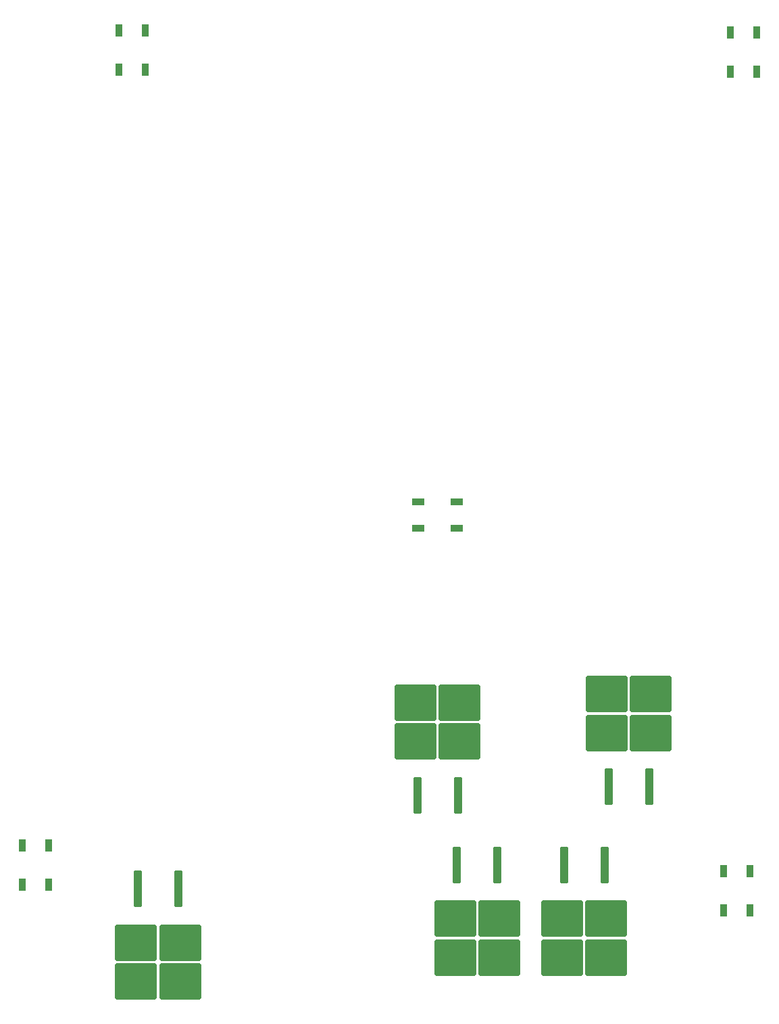
<source format=gbr>
%TF.GenerationSoftware,KiCad,Pcbnew,9.0.6*%
%TF.CreationDate,2025-12-23T13:14:00+01:00*%
%TF.ProjectId,MainBoard,4d61696e-426f-4617-9264-2e6b69636164,rev?*%
%TF.SameCoordinates,Original*%
%TF.FileFunction,Paste,Top*%
%TF.FilePolarity,Positive*%
%FSLAX46Y46*%
G04 Gerber Fmt 4.6, Leading zero omitted, Abs format (unit mm)*
G04 Created by KiCad (PCBNEW 9.0.6) date 2025-12-23 13:14:00*
%MOMM*%
%LPD*%
G01*
G04 APERTURE LIST*
G04 Aperture macros list*
%AMRoundRect*
0 Rectangle with rounded corners*
0 $1 Rounding radius*
0 $2 $3 $4 $5 $6 $7 $8 $9 X,Y pos of 4 corners*
0 Add a 4 corners polygon primitive as box body*
4,1,4,$2,$3,$4,$5,$6,$7,$8,$9,$2,$3,0*
0 Add four circle primitives for the rounded corners*
1,1,$1+$1,$2,$3*
1,1,$1+$1,$4,$5*
1,1,$1+$1,$6,$7*
1,1,$1+$1,$8,$9*
0 Add four rect primitives between the rounded corners*
20,1,$1+$1,$2,$3,$4,$5,0*
20,1,$1+$1,$4,$5,$6,$7,0*
20,1,$1+$1,$6,$7,$8,$9,0*
20,1,$1+$1,$8,$9,$2,$3,0*%
G04 Aperture macros list end*
%ADD10RoundRect,0.090000X-0.660000X-0.360000X0.660000X-0.360000X0.660000X0.360000X-0.660000X0.360000X0*%
%ADD11RoundRect,0.090000X0.360000X-0.660000X0.360000X0.660000X-0.360000X0.660000X-0.360000X-0.660000X0*%
%ADD12RoundRect,0.250000X2.375000X-2.025000X2.375000X2.025000X-2.375000X2.025000X-2.375000X-2.025000X0*%
%ADD13RoundRect,0.250000X0.300000X-2.050000X0.300000X2.050000X-0.300000X2.050000X-0.300000X-2.050000X0*%
%ADD14RoundRect,0.250000X-2.375000X2.025000X-2.375000X-2.025000X2.375000X-2.025000X2.375000X2.025000X0*%
%ADD15RoundRect,0.250000X-0.300000X2.050000X-0.300000X-2.050000X0.300000X-2.050000X0.300000X2.050000X0*%
G04 APERTURE END LIST*
D10*
%TO.C,D5*%
X78550000Y-102850000D03*
X78550000Y-106150000D03*
X83450000Y-106150000D03*
X83450000Y-102850000D03*
%TD*%
D11*
%TO.C,D10*%
X28950000Y-150750000D03*
X32250000Y-150750000D03*
X32250000Y-145850000D03*
X28950000Y-145850000D03*
%TD*%
D12*
%TO.C,Q10*%
X78225000Y-132825000D03*
X83775000Y-132825000D03*
X78225000Y-127975000D03*
X83775000Y-127975000D03*
D13*
X78460000Y-139550000D03*
X83540000Y-139550000D03*
%TD*%
D11*
%TO.C,D6*%
X117700000Y-48950000D03*
X121000000Y-48950000D03*
X121000000Y-44050000D03*
X117700000Y-44050000D03*
%TD*%
D12*
%TO.C,Q11*%
X102200000Y-131750000D03*
X107750000Y-131750000D03*
X102200000Y-126900000D03*
X107750000Y-126900000D03*
D13*
X102435000Y-138475000D03*
X107515000Y-138475000D03*
%TD*%
D14*
%TO.C,Q3*%
X48750000Y-158000000D03*
X43200000Y-158000000D03*
X48750000Y-162850000D03*
X43200000Y-162850000D03*
D15*
X48515000Y-151275000D03*
X43435000Y-151275000D03*
%TD*%
D14*
%TO.C,Q2*%
X88750000Y-155000000D03*
X83200000Y-155000000D03*
X88750000Y-159850000D03*
X83200000Y-159850000D03*
D15*
X88515000Y-148275000D03*
X83435000Y-148275000D03*
%TD*%
D11*
%TO.C,D7*%
X116850000Y-153950000D03*
X120150000Y-153950000D03*
X120150000Y-149050000D03*
X116850000Y-149050000D03*
%TD*%
%TO.C,D11*%
X41100000Y-48700000D03*
X44400000Y-48700000D03*
X44400000Y-43800000D03*
X41100000Y-43800000D03*
%TD*%
D14*
%TO.C,Q1*%
X102150000Y-155000000D03*
X96600000Y-155000000D03*
X102150000Y-159850000D03*
X96600000Y-159850000D03*
D15*
X101915000Y-148275000D03*
X96835000Y-148275000D03*
%TD*%
M02*

</source>
